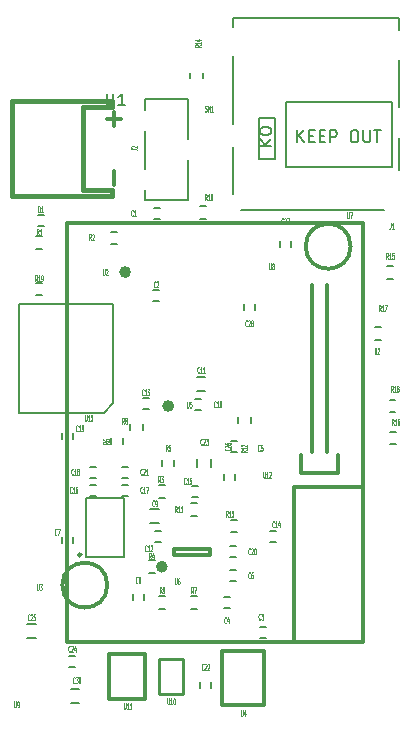
<source format=gbr>
G04 #@! TF.FileFunction,Legend,Top*
%FSLAX46Y46*%
G04 Gerber Fmt 4.6, Leading zero omitted, Abs format (unit mm)*
G04 Created by KiCad (PCBNEW 0.201601221447+6507~42~ubuntu15.10.1-product) date Fri 22 Jan 2016 05:48:07 PM EST*
%MOMM*%
G01*
G04 APERTURE LIST*
%ADD10C,0.100000*%
%ADD11C,0.254000*%
%ADD12C,0.150000*%
%ADD13C,0.300000*%
%ADD14C,0.307000*%
%ADD15C,0.500000*%
%ADD16C,0.127000*%
%ADD17C,0.381000*%
%ADD18C,0.250000*%
%ADD19C,0.025400*%
%ADD20C,0.304800*%
G04 APERTURE END LIST*
D10*
D11*
X131064000Y-134366000D02*
G75*
G03X131064000Y-134366000I-127000J0D01*
G01*
D12*
X141220000Y-121191000D02*
X140720000Y-121191000D01*
X140720000Y-122141000D02*
X141220000Y-122141000D01*
D13*
X151851800Y-125693000D02*
X151851800Y-111543000D01*
D14*
X149701000Y-127443000D02*
X152781000Y-127443000D01*
X152781000Y-127443000D02*
X152781000Y-125943000D01*
X149701000Y-125943000D02*
X149701000Y-127443000D01*
X149126000Y-128663000D02*
X149126000Y-141773000D01*
X149126000Y-128663000D02*
X154906000Y-128663000D01*
X133281000Y-136943000D02*
G75*
G03X133281000Y-136943000I-1905000J0D01*
G01*
X129906000Y-106273000D02*
X129906000Y-141773000D01*
X129906000Y-106273000D02*
X154906000Y-106273000D01*
X154906000Y-141773000D02*
X154906000Y-106273000D01*
X129906000Y-141773000D02*
X154906000Y-141773000D01*
X153881000Y-108253000D02*
G75*
G03X153881000Y-108253000I-1905000J0D01*
G01*
D13*
X150630200Y-125693000D02*
X150630200Y-111543000D01*
D12*
X144141000Y-135669000D02*
X143641000Y-135669000D01*
X143641000Y-136619000D02*
X144141000Y-136619000D01*
X146181000Y-141445000D02*
X146681000Y-141445000D01*
X146681000Y-140495000D02*
X146181000Y-140495000D01*
X137274400Y-105986600D02*
X137774400Y-105986600D01*
X137774400Y-105036600D02*
X137274400Y-105036600D01*
X137164000Y-112870000D02*
X137664000Y-112870000D01*
X137664000Y-111920000D02*
X137164000Y-111920000D01*
X143633000Y-137955000D02*
X143133000Y-137955000D01*
X143133000Y-138905000D02*
X143633000Y-138905000D01*
X143768000Y-125697000D02*
X144268000Y-125697000D01*
X144268000Y-124747000D02*
X143768000Y-124747000D01*
X130396000Y-133346000D02*
X130396000Y-132846000D01*
X129446000Y-132846000D02*
X129446000Y-133346000D01*
X136365000Y-138172000D02*
X136365000Y-137672000D01*
X135415000Y-137672000D02*
X135415000Y-138172000D01*
X137637000Y-131664000D02*
X136937000Y-131664000D01*
X136937000Y-130464000D02*
X137637000Y-130464000D01*
X140862000Y-119288000D02*
X141562000Y-119288000D01*
X141562000Y-120488000D02*
X140862000Y-120488000D01*
X137291000Y-133317000D02*
X137791000Y-133317000D01*
X137791000Y-132367000D02*
X137291000Y-132367000D01*
X147570000Y-132367000D02*
X147070000Y-132367000D01*
X147070000Y-133317000D02*
X147570000Y-133317000D01*
X140466000Y-129507000D02*
X140966000Y-129507000D01*
X140966000Y-128557000D02*
X140466000Y-128557000D01*
X131830000Y-129380000D02*
X132330000Y-129380000D01*
X132330000Y-128430000D02*
X131830000Y-128430000D01*
X134997000Y-128430000D02*
X134497000Y-128430000D01*
X134497000Y-129380000D02*
X134997000Y-129380000D01*
X131830000Y-127856000D02*
X132330000Y-127856000D01*
X132330000Y-126906000D02*
X131830000Y-126906000D01*
X144141000Y-133637000D02*
X143641000Y-133637000D01*
X143641000Y-134587000D02*
X144141000Y-134587000D01*
X134997000Y-126906000D02*
X134497000Y-126906000D01*
X134497000Y-127856000D02*
X134997000Y-127856000D01*
X142080000Y-145665000D02*
X142080000Y-145165000D01*
X141130000Y-145165000D02*
X141130000Y-145665000D01*
X140878000Y-126969000D02*
X140878000Y-126269000D01*
X142078000Y-126269000D02*
X142078000Y-126969000D01*
X130052000Y-143858000D02*
X130552000Y-143858000D01*
X130552000Y-142908000D02*
X130052000Y-142908000D01*
X127223000Y-141443000D02*
X126523000Y-141443000D01*
X126523000Y-140243000D02*
X127223000Y-140243000D01*
X143162000Y-127512000D02*
X143162000Y-128012000D01*
X144112000Y-128012000D02*
X144112000Y-127512000D01*
X130206000Y-145704000D02*
X130906000Y-145704000D01*
X130906000Y-146904000D02*
X130206000Y-146904000D01*
X127885000Y-105570000D02*
X127385000Y-105570000D01*
X127385000Y-106520000D02*
X127885000Y-106520000D01*
X127258000Y-108475000D02*
X127758000Y-108475000D01*
X127758000Y-107425000D02*
X127258000Y-107425000D01*
X133608000Y-108094000D02*
X134108000Y-108094000D01*
X134108000Y-107044000D02*
X133608000Y-107044000D01*
X137672000Y-129557000D02*
X138172000Y-129557000D01*
X138172000Y-128507000D02*
X137672000Y-128507000D01*
X137283000Y-134857000D02*
X136783000Y-134857000D01*
X136783000Y-135907000D02*
X137283000Y-135907000D01*
X137905000Y-126369000D02*
X137905000Y-126869000D01*
X138955000Y-126869000D02*
X138955000Y-126369000D01*
X134637000Y-124964000D02*
X134637000Y-124464000D01*
X133587000Y-124464000D02*
X133587000Y-124964000D01*
X140339000Y-138955000D02*
X140839000Y-138955000D01*
X140839000Y-137905000D02*
X140339000Y-137905000D01*
X135238000Y-123321000D02*
X135238000Y-123821000D01*
X136288000Y-123821000D02*
X136288000Y-123321000D01*
X137672000Y-138955000D02*
X138172000Y-138955000D01*
X138172000Y-137905000D02*
X137672000Y-137905000D01*
X140839000Y-130031000D02*
X140339000Y-130031000D01*
X140339000Y-131081000D02*
X140839000Y-131081000D01*
X144268000Y-131428000D02*
X143768000Y-131428000D01*
X143768000Y-132478000D02*
X144268000Y-132478000D01*
D15*
X135037600Y-110439200D02*
G75*
G03X135037600Y-110439200I-250000J0D01*
G01*
X138685000Y-121778000D02*
G75*
G03X138685000Y-121778000I-250000J0D01*
G01*
D14*
X138908000Y-134366000D02*
X138908000Y-133858000D01*
X141956000Y-134366000D02*
X138908000Y-134366000D01*
X141956000Y-133858000D02*
X141956000Y-134366000D01*
X138908000Y-133858000D02*
X141956000Y-133858000D01*
D15*
X138142000Y-135382000D02*
G75*
G03X138142000Y-135382000I-250000J0D01*
G01*
D12*
X131461000Y-129555000D02*
X131461000Y-134605000D01*
X131461000Y-134605000D02*
X134731000Y-134605000D01*
X134731000Y-134605000D02*
X134731000Y-129555000D01*
X134731000Y-129555000D02*
X131461000Y-129555000D01*
X145432000Y-123211400D02*
X145432000Y-122711400D01*
X144382000Y-122711400D02*
X144382000Y-123211400D01*
D16*
X136503000Y-96676000D02*
X136503000Y-95776000D01*
X136503000Y-101676000D02*
X136503000Y-98476000D01*
X140103000Y-95776000D02*
X136503000Y-95776000D01*
X140103000Y-99176000D02*
X140103000Y-95776000D01*
X140103000Y-104376000D02*
X140103000Y-100976000D01*
X136503000Y-104376000D02*
X140103000Y-104376000D01*
X136503000Y-104376000D02*
X136503000Y-103476000D01*
D17*
X125211840Y-95966280D02*
X125211840Y-103967280D01*
X125211840Y-103967280D02*
X133710680Y-103967280D01*
X133710680Y-103967280D02*
X133710680Y-103466900D01*
X133710680Y-103466900D02*
X131211320Y-103466900D01*
X131211320Y-103466900D02*
X131211320Y-96466660D01*
X131211320Y-96466660D02*
X133710680Y-96466660D01*
X133710680Y-96466660D02*
X133710680Y-95966280D01*
X133710680Y-95966280D02*
X125211840Y-95966280D01*
D16*
X147513000Y-97368000D02*
X146113000Y-97368000D01*
X146113000Y-97368000D02*
X146113000Y-100868000D01*
X147513000Y-97368000D02*
X147513000Y-100868000D01*
X157373000Y-101538000D02*
X157373000Y-96008000D01*
X157373000Y-101538000D02*
X148373000Y-101538000D01*
X148373000Y-96008000D02*
X148373000Y-101538000D01*
X157373000Y-96008000D02*
X148373000Y-96008000D01*
X156723000Y-105168000D02*
X144623000Y-105168000D01*
X143963000Y-103818000D02*
X143963000Y-99818000D01*
X143963000Y-97918000D02*
X143963000Y-92118000D01*
X143963000Y-89718000D02*
X143963000Y-88968000D01*
X157998000Y-88968000D02*
X143963000Y-88968000D01*
X157998000Y-89918000D02*
X157998000Y-88968000D01*
X157998000Y-101818000D02*
X157998000Y-99118000D01*
X157998000Y-96458000D02*
X157998000Y-92468000D01*
X147513000Y-100868000D02*
X146113000Y-100868000D01*
D12*
X141601000Y-104885000D02*
X141101000Y-104885000D01*
X141101000Y-105935000D02*
X141601000Y-105935000D01*
X140318000Y-93545000D02*
X140318000Y-94045000D01*
X141368000Y-94045000D02*
X141368000Y-93545000D01*
X157476000Y-109965000D02*
X156976000Y-109965000D01*
X156976000Y-111015000D02*
X157476000Y-111015000D01*
X157204600Y-125035800D02*
X157704600Y-125035800D01*
X157704600Y-123985800D02*
X157204600Y-123985800D01*
X155960000Y-116171200D02*
X156460000Y-116171200D01*
X156460000Y-115121200D02*
X155960000Y-115121200D01*
X157179200Y-122292600D02*
X157679200Y-122292600D01*
X157679200Y-121242600D02*
X157179200Y-121242600D01*
D14*
X146530000Y-142494000D02*
X143030000Y-142494000D01*
X146530000Y-147066000D02*
X146530000Y-142494000D01*
X146530000Y-147066000D02*
X143030000Y-147066000D01*
X143030000Y-142494000D02*
X143030000Y-147066000D01*
D18*
X139684000Y-143168000D02*
X139684000Y-146163000D01*
X137684000Y-146163000D02*
X139684000Y-146163000D01*
X137684000Y-143168000D02*
X137684000Y-146163000D01*
X139684000Y-143168000D02*
X137684000Y-143168000D01*
D14*
X136500000Y-146584000D02*
X136500000Y-142784000D01*
X133452000Y-146584000D02*
X136500000Y-146584000D01*
X133452000Y-142784000D02*
X133452000Y-146584000D01*
X136500000Y-142744000D02*
X133452000Y-142744000D01*
D12*
X136775000Y-121064000D02*
X136275000Y-121064000D01*
X136275000Y-122014000D02*
X136775000Y-122014000D01*
X130396000Y-124583000D02*
X130396000Y-124083000D01*
X129446000Y-124083000D02*
X129446000Y-124583000D01*
X133769000Y-121539000D02*
X132969000Y-122339000D01*
X132969000Y-122339000D02*
X125819000Y-122339000D01*
X125819000Y-122339000D02*
X125819000Y-113119000D01*
X125819000Y-113119000D02*
X133769000Y-113119000D01*
X133769000Y-113119000D02*
X133769000Y-121539000D01*
X127258000Y-112412000D02*
X127758000Y-112412000D01*
X127758000Y-111362000D02*
X127258000Y-111362000D01*
X147861000Y-107827000D02*
X147861000Y-108327000D01*
X148811000Y-108327000D02*
X148811000Y-107827000D01*
X145763000Y-113661000D02*
X145763000Y-113161000D01*
X144813000Y-113161000D02*
X144813000Y-113661000D01*
D19*
X142457714Y-121847429D02*
X142445619Y-121871619D01*
X142409333Y-121895810D01*
X142385143Y-121895810D01*
X142348857Y-121871619D01*
X142324666Y-121823238D01*
X142312571Y-121774857D01*
X142300476Y-121678095D01*
X142300476Y-121605524D01*
X142312571Y-121508762D01*
X142324666Y-121460381D01*
X142348857Y-121412000D01*
X142385143Y-121387810D01*
X142409333Y-121387810D01*
X142445619Y-121412000D01*
X142457714Y-121436190D01*
X142699619Y-121895810D02*
X142554476Y-121895810D01*
X142627047Y-121895810D02*
X142627047Y-121387810D01*
X142602857Y-121460381D01*
X142578666Y-121508762D01*
X142554476Y-121532952D01*
X142856857Y-121387810D02*
X142881048Y-121387810D01*
X142905238Y-121412000D01*
X142917333Y-121436190D01*
X142929429Y-121484571D01*
X142941524Y-121581333D01*
X142941524Y-121702286D01*
X142929429Y-121799048D01*
X142917333Y-121847429D01*
X142905238Y-121871619D01*
X142881048Y-121895810D01*
X142856857Y-121895810D01*
X142832667Y-121871619D01*
X142820571Y-121847429D01*
X142808476Y-121799048D01*
X142796381Y-121702286D01*
X142796381Y-121581333D01*
X142808476Y-121484571D01*
X142820571Y-121436190D01*
X142832667Y-121412000D01*
X142856857Y-121387810D01*
X127314476Y-136881810D02*
X127314476Y-137293048D01*
X127326571Y-137341429D01*
X127338667Y-137365619D01*
X127362857Y-137389810D01*
X127411238Y-137389810D01*
X127435429Y-137365619D01*
X127447524Y-137341429D01*
X127459619Y-137293048D01*
X127459619Y-136881810D01*
X127556381Y-136881810D02*
X127713619Y-136881810D01*
X127628952Y-137075333D01*
X127665238Y-137075333D01*
X127689428Y-137099524D01*
X127701524Y-137123714D01*
X127713619Y-137172095D01*
X127713619Y-137293048D01*
X127701524Y-137341429D01*
X127689428Y-137365619D01*
X127665238Y-137389810D01*
X127592666Y-137389810D01*
X127568476Y-137365619D01*
X127556381Y-137341429D01*
X145372667Y-136325429D02*
X145360572Y-136349619D01*
X145324286Y-136373810D01*
X145300096Y-136373810D01*
X145263810Y-136349619D01*
X145239619Y-136301238D01*
X145227524Y-136252857D01*
X145215429Y-136156095D01*
X145215429Y-136083524D01*
X145227524Y-135986762D01*
X145239619Y-135938381D01*
X145263810Y-135890000D01*
X145300096Y-135865810D01*
X145324286Y-135865810D01*
X145360572Y-135890000D01*
X145372667Y-135914190D01*
X145590381Y-135865810D02*
X145542000Y-135865810D01*
X145517810Y-135890000D01*
X145505715Y-135914190D01*
X145481524Y-135986762D01*
X145469429Y-136083524D01*
X145469429Y-136277048D01*
X145481524Y-136325429D01*
X145493619Y-136349619D01*
X145517810Y-136373810D01*
X145566191Y-136373810D01*
X145590381Y-136349619D01*
X145602477Y-136325429D01*
X145614572Y-136277048D01*
X145614572Y-136156095D01*
X145602477Y-136107714D01*
X145590381Y-136083524D01*
X145566191Y-136059333D01*
X145517810Y-136059333D01*
X145493619Y-136083524D01*
X145481524Y-136107714D01*
X145469429Y-136156095D01*
X146236267Y-139830629D02*
X146224172Y-139854819D01*
X146187886Y-139879010D01*
X146163696Y-139879010D01*
X146127410Y-139854819D01*
X146103219Y-139806438D01*
X146091124Y-139758057D01*
X146079029Y-139661295D01*
X146079029Y-139588724D01*
X146091124Y-139491962D01*
X146103219Y-139443581D01*
X146127410Y-139395200D01*
X146163696Y-139371010D01*
X146187886Y-139371010D01*
X146224172Y-139395200D01*
X146236267Y-139419390D01*
X146320934Y-139371010D02*
X146478172Y-139371010D01*
X146393505Y-139564533D01*
X146429791Y-139564533D01*
X146453981Y-139588724D01*
X146466077Y-139612914D01*
X146478172Y-139661295D01*
X146478172Y-139782248D01*
X146466077Y-139830629D01*
X146453981Y-139854819D01*
X146429791Y-139879010D01*
X146357219Y-139879010D01*
X146333029Y-139854819D01*
X146320934Y-139830629D01*
X135441267Y-105642229D02*
X135429172Y-105666419D01*
X135392886Y-105690610D01*
X135368696Y-105690610D01*
X135332410Y-105666419D01*
X135308219Y-105618038D01*
X135296124Y-105569657D01*
X135284029Y-105472895D01*
X135284029Y-105400324D01*
X135296124Y-105303562D01*
X135308219Y-105255181D01*
X135332410Y-105206800D01*
X135368696Y-105182610D01*
X135392886Y-105182610D01*
X135429172Y-105206800D01*
X135441267Y-105230990D01*
X135683172Y-105690610D02*
X135538029Y-105690610D01*
X135610600Y-105690610D02*
X135610600Y-105182610D01*
X135586410Y-105255181D01*
X135562219Y-105303562D01*
X135538029Y-105327752D01*
X137371667Y-111687429D02*
X137359572Y-111711619D01*
X137323286Y-111735810D01*
X137299096Y-111735810D01*
X137262810Y-111711619D01*
X137238619Y-111663238D01*
X137226524Y-111614857D01*
X137214429Y-111518095D01*
X137214429Y-111445524D01*
X137226524Y-111348762D01*
X137238619Y-111300381D01*
X137262810Y-111252000D01*
X137299096Y-111227810D01*
X137323286Y-111227810D01*
X137359572Y-111252000D01*
X137371667Y-111276190D01*
X137468429Y-111276190D02*
X137480524Y-111252000D01*
X137504715Y-111227810D01*
X137565191Y-111227810D01*
X137589381Y-111252000D01*
X137601477Y-111276190D01*
X137613572Y-111324571D01*
X137613572Y-111372952D01*
X137601477Y-111445524D01*
X137456334Y-111735810D01*
X137613572Y-111735810D01*
X143340667Y-140135429D02*
X143328572Y-140159619D01*
X143292286Y-140183810D01*
X143268096Y-140183810D01*
X143231810Y-140159619D01*
X143207619Y-140111238D01*
X143195524Y-140062857D01*
X143183429Y-139966095D01*
X143183429Y-139893524D01*
X143195524Y-139796762D01*
X143207619Y-139748381D01*
X143231810Y-139700000D01*
X143268096Y-139675810D01*
X143292286Y-139675810D01*
X143328572Y-139700000D01*
X143340667Y-139724190D01*
X143558381Y-139845143D02*
X143558381Y-140183810D01*
X143497905Y-139651619D02*
X143437429Y-140014476D01*
X143594667Y-140014476D01*
X146185467Y-125530429D02*
X146173372Y-125554619D01*
X146137086Y-125578810D01*
X146112896Y-125578810D01*
X146076610Y-125554619D01*
X146052419Y-125506238D01*
X146040324Y-125457857D01*
X146028229Y-125361095D01*
X146028229Y-125288524D01*
X146040324Y-125191762D01*
X146052419Y-125143381D01*
X146076610Y-125095000D01*
X146112896Y-125070810D01*
X146137086Y-125070810D01*
X146173372Y-125095000D01*
X146185467Y-125119190D01*
X146415277Y-125070810D02*
X146294324Y-125070810D01*
X146282229Y-125312714D01*
X146294324Y-125288524D01*
X146318515Y-125264333D01*
X146378991Y-125264333D01*
X146403181Y-125288524D01*
X146415277Y-125312714D01*
X146427372Y-125361095D01*
X146427372Y-125482048D01*
X146415277Y-125530429D01*
X146403181Y-125554619D01*
X146378991Y-125578810D01*
X146318515Y-125578810D01*
X146294324Y-125554619D01*
X146282229Y-125530429D01*
X128989667Y-132642429D02*
X128977572Y-132666619D01*
X128941286Y-132690810D01*
X128917096Y-132690810D01*
X128880810Y-132666619D01*
X128856619Y-132618238D01*
X128844524Y-132569857D01*
X128832429Y-132473095D01*
X128832429Y-132400524D01*
X128844524Y-132303762D01*
X128856619Y-132255381D01*
X128880810Y-132207000D01*
X128917096Y-132182810D01*
X128941286Y-132182810D01*
X128977572Y-132207000D01*
X128989667Y-132231190D01*
X129074334Y-132182810D02*
X129243667Y-132182810D01*
X129134810Y-132690810D01*
X135847667Y-136706429D02*
X135835572Y-136730619D01*
X135799286Y-136754810D01*
X135775096Y-136754810D01*
X135738810Y-136730619D01*
X135714619Y-136682238D01*
X135702524Y-136633857D01*
X135690429Y-136537095D01*
X135690429Y-136464524D01*
X135702524Y-136367762D01*
X135714619Y-136319381D01*
X135738810Y-136271000D01*
X135775096Y-136246810D01*
X135799286Y-136246810D01*
X135835572Y-136271000D01*
X135847667Y-136295190D01*
X135992810Y-136464524D02*
X135968619Y-136440333D01*
X135956524Y-136416143D01*
X135944429Y-136367762D01*
X135944429Y-136343571D01*
X135956524Y-136295190D01*
X135968619Y-136271000D01*
X135992810Y-136246810D01*
X136041191Y-136246810D01*
X136065381Y-136271000D01*
X136077477Y-136295190D01*
X136089572Y-136343571D01*
X136089572Y-136367762D01*
X136077477Y-136416143D01*
X136065381Y-136440333D01*
X136041191Y-136464524D01*
X135992810Y-136464524D01*
X135968619Y-136488714D01*
X135956524Y-136512905D01*
X135944429Y-136561286D01*
X135944429Y-136658048D01*
X135956524Y-136706429D01*
X135968619Y-136730619D01*
X135992810Y-136754810D01*
X136041191Y-136754810D01*
X136065381Y-136730619D01*
X136077477Y-136706429D01*
X136089572Y-136658048D01*
X136089572Y-136561286D01*
X136077477Y-136512905D01*
X136065381Y-136488714D01*
X136041191Y-136464524D01*
X137244667Y-130229429D02*
X137232572Y-130253619D01*
X137196286Y-130277810D01*
X137172096Y-130277810D01*
X137135810Y-130253619D01*
X137111619Y-130205238D01*
X137099524Y-130156857D01*
X137087429Y-130060095D01*
X137087429Y-129987524D01*
X137099524Y-129890762D01*
X137111619Y-129842381D01*
X137135810Y-129794000D01*
X137172096Y-129769810D01*
X137196286Y-129769810D01*
X137232572Y-129794000D01*
X137244667Y-129818190D01*
X137365619Y-130277810D02*
X137414000Y-130277810D01*
X137438191Y-130253619D01*
X137450286Y-130229429D01*
X137474477Y-130156857D01*
X137486572Y-130060095D01*
X137486572Y-129866571D01*
X137474477Y-129818190D01*
X137462381Y-129794000D01*
X137438191Y-129769810D01*
X137389810Y-129769810D01*
X137365619Y-129794000D01*
X137353524Y-129818190D01*
X137341429Y-129866571D01*
X137341429Y-129987524D01*
X137353524Y-130035905D01*
X137365619Y-130060095D01*
X137389810Y-130084286D01*
X137438191Y-130084286D01*
X137462381Y-130060095D01*
X137474477Y-130035905D01*
X137486572Y-129987524D01*
X141060714Y-118926429D02*
X141048619Y-118950619D01*
X141012333Y-118974810D01*
X140988143Y-118974810D01*
X140951857Y-118950619D01*
X140927666Y-118902238D01*
X140915571Y-118853857D01*
X140903476Y-118757095D01*
X140903476Y-118684524D01*
X140915571Y-118587762D01*
X140927666Y-118539381D01*
X140951857Y-118491000D01*
X140988143Y-118466810D01*
X141012333Y-118466810D01*
X141048619Y-118491000D01*
X141060714Y-118515190D01*
X141302619Y-118974810D02*
X141157476Y-118974810D01*
X141230047Y-118974810D02*
X141230047Y-118466810D01*
X141205857Y-118539381D01*
X141181666Y-118587762D01*
X141157476Y-118611952D01*
X141544524Y-118974810D02*
X141399381Y-118974810D01*
X141471952Y-118974810D02*
X141471952Y-118466810D01*
X141447762Y-118539381D01*
X141423571Y-118587762D01*
X141399381Y-118611952D01*
X136615714Y-134039429D02*
X136603619Y-134063619D01*
X136567333Y-134087810D01*
X136543143Y-134087810D01*
X136506857Y-134063619D01*
X136482666Y-134015238D01*
X136470571Y-133966857D01*
X136458476Y-133870095D01*
X136458476Y-133797524D01*
X136470571Y-133700762D01*
X136482666Y-133652381D01*
X136506857Y-133604000D01*
X136543143Y-133579810D01*
X136567333Y-133579810D01*
X136603619Y-133604000D01*
X136615714Y-133628190D01*
X136857619Y-134087810D02*
X136712476Y-134087810D01*
X136785047Y-134087810D02*
X136785047Y-133579810D01*
X136760857Y-133652381D01*
X136736666Y-133700762D01*
X136712476Y-133724952D01*
X136954381Y-133628190D02*
X136966476Y-133604000D01*
X136990667Y-133579810D01*
X137051143Y-133579810D01*
X137075333Y-133604000D01*
X137087429Y-133628190D01*
X137099524Y-133676571D01*
X137099524Y-133724952D01*
X137087429Y-133797524D01*
X136942286Y-134087810D01*
X137099524Y-134087810D01*
X147410714Y-132007429D02*
X147398619Y-132031619D01*
X147362333Y-132055810D01*
X147338143Y-132055810D01*
X147301857Y-132031619D01*
X147277666Y-131983238D01*
X147265571Y-131934857D01*
X147253476Y-131838095D01*
X147253476Y-131765524D01*
X147265571Y-131668762D01*
X147277666Y-131620381D01*
X147301857Y-131572000D01*
X147338143Y-131547810D01*
X147362333Y-131547810D01*
X147398619Y-131572000D01*
X147410714Y-131596190D01*
X147652619Y-132055810D02*
X147507476Y-132055810D01*
X147580047Y-132055810D02*
X147580047Y-131547810D01*
X147555857Y-131620381D01*
X147531666Y-131668762D01*
X147507476Y-131692952D01*
X147870333Y-131717143D02*
X147870333Y-132055810D01*
X147809857Y-131523619D02*
X147749381Y-131886476D01*
X147906619Y-131886476D01*
X139917714Y-128324429D02*
X139905619Y-128348619D01*
X139869333Y-128372810D01*
X139845143Y-128372810D01*
X139808857Y-128348619D01*
X139784666Y-128300238D01*
X139772571Y-128251857D01*
X139760476Y-128155095D01*
X139760476Y-128082524D01*
X139772571Y-127985762D01*
X139784666Y-127937381D01*
X139808857Y-127889000D01*
X139845143Y-127864810D01*
X139869333Y-127864810D01*
X139905619Y-127889000D01*
X139917714Y-127913190D01*
X140159619Y-128372810D02*
X140014476Y-128372810D01*
X140087047Y-128372810D02*
X140087047Y-127864810D01*
X140062857Y-127937381D01*
X140038666Y-127985762D01*
X140014476Y-128009952D01*
X140389429Y-127864810D02*
X140268476Y-127864810D01*
X140256381Y-128106714D01*
X140268476Y-128082524D01*
X140292667Y-128058333D01*
X140353143Y-128058333D01*
X140377333Y-128082524D01*
X140389429Y-128106714D01*
X140401524Y-128155095D01*
X140401524Y-128276048D01*
X140389429Y-128324429D01*
X140377333Y-128348619D01*
X140353143Y-128372810D01*
X140292667Y-128372810D01*
X140268476Y-128348619D01*
X140256381Y-128324429D01*
X130265714Y-129086429D02*
X130253619Y-129110619D01*
X130217333Y-129134810D01*
X130193143Y-129134810D01*
X130156857Y-129110619D01*
X130132666Y-129062238D01*
X130120571Y-129013857D01*
X130108476Y-128917095D01*
X130108476Y-128844524D01*
X130120571Y-128747762D01*
X130132666Y-128699381D01*
X130156857Y-128651000D01*
X130193143Y-128626810D01*
X130217333Y-128626810D01*
X130253619Y-128651000D01*
X130265714Y-128675190D01*
X130507619Y-129134810D02*
X130362476Y-129134810D01*
X130435047Y-129134810D02*
X130435047Y-128626810D01*
X130410857Y-128699381D01*
X130386666Y-128747762D01*
X130362476Y-128771952D01*
X130725333Y-128626810D02*
X130676952Y-128626810D01*
X130652762Y-128651000D01*
X130640667Y-128675190D01*
X130616476Y-128747762D01*
X130604381Y-128844524D01*
X130604381Y-129038048D01*
X130616476Y-129086429D01*
X130628571Y-129110619D01*
X130652762Y-129134810D01*
X130701143Y-129134810D01*
X130725333Y-129110619D01*
X130737429Y-129086429D01*
X130749524Y-129038048D01*
X130749524Y-128917095D01*
X130737429Y-128868714D01*
X130725333Y-128844524D01*
X130701143Y-128820333D01*
X130652762Y-128820333D01*
X130628571Y-128844524D01*
X130616476Y-128868714D01*
X130604381Y-128917095D01*
X136234714Y-129086429D02*
X136222619Y-129110619D01*
X136186333Y-129134810D01*
X136162143Y-129134810D01*
X136125857Y-129110619D01*
X136101666Y-129062238D01*
X136089571Y-129013857D01*
X136077476Y-128917095D01*
X136077476Y-128844524D01*
X136089571Y-128747762D01*
X136101666Y-128699381D01*
X136125857Y-128651000D01*
X136162143Y-128626810D01*
X136186333Y-128626810D01*
X136222619Y-128651000D01*
X136234714Y-128675190D01*
X136476619Y-129134810D02*
X136331476Y-129134810D01*
X136404047Y-129134810D02*
X136404047Y-128626810D01*
X136379857Y-128699381D01*
X136355666Y-128747762D01*
X136331476Y-128771952D01*
X136561286Y-128626810D02*
X136730619Y-128626810D01*
X136621762Y-129134810D01*
X130392714Y-127562429D02*
X130380619Y-127586619D01*
X130344333Y-127610810D01*
X130320143Y-127610810D01*
X130283857Y-127586619D01*
X130259666Y-127538238D01*
X130247571Y-127489857D01*
X130235476Y-127393095D01*
X130235476Y-127320524D01*
X130247571Y-127223762D01*
X130259666Y-127175381D01*
X130283857Y-127127000D01*
X130320143Y-127102810D01*
X130344333Y-127102810D01*
X130380619Y-127127000D01*
X130392714Y-127151190D01*
X130634619Y-127610810D02*
X130489476Y-127610810D01*
X130562047Y-127610810D02*
X130562047Y-127102810D01*
X130537857Y-127175381D01*
X130513666Y-127223762D01*
X130489476Y-127247952D01*
X130779762Y-127320524D02*
X130755571Y-127296333D01*
X130743476Y-127272143D01*
X130731381Y-127223762D01*
X130731381Y-127199571D01*
X130743476Y-127151190D01*
X130755571Y-127127000D01*
X130779762Y-127102810D01*
X130828143Y-127102810D01*
X130852333Y-127127000D01*
X130864429Y-127151190D01*
X130876524Y-127199571D01*
X130876524Y-127223762D01*
X130864429Y-127272143D01*
X130852333Y-127296333D01*
X130828143Y-127320524D01*
X130779762Y-127320524D01*
X130755571Y-127344714D01*
X130743476Y-127368905D01*
X130731381Y-127417286D01*
X130731381Y-127514048D01*
X130743476Y-127562429D01*
X130755571Y-127586619D01*
X130779762Y-127610810D01*
X130828143Y-127610810D01*
X130852333Y-127586619D01*
X130864429Y-127562429D01*
X130876524Y-127514048D01*
X130876524Y-127417286D01*
X130864429Y-127368905D01*
X130852333Y-127344714D01*
X130828143Y-127320524D01*
X145378714Y-134293429D02*
X145366619Y-134317619D01*
X145330333Y-134341810D01*
X145306143Y-134341810D01*
X145269857Y-134317619D01*
X145245666Y-134269238D01*
X145233571Y-134220857D01*
X145221476Y-134124095D01*
X145221476Y-134051524D01*
X145233571Y-133954762D01*
X145245666Y-133906381D01*
X145269857Y-133858000D01*
X145306143Y-133833810D01*
X145330333Y-133833810D01*
X145366619Y-133858000D01*
X145378714Y-133882190D01*
X145475476Y-133882190D02*
X145487571Y-133858000D01*
X145511762Y-133833810D01*
X145572238Y-133833810D01*
X145596428Y-133858000D01*
X145608524Y-133882190D01*
X145620619Y-133930571D01*
X145620619Y-133978952D01*
X145608524Y-134051524D01*
X145463381Y-134341810D01*
X145620619Y-134341810D01*
X145777857Y-133833810D02*
X145802048Y-133833810D01*
X145826238Y-133858000D01*
X145838333Y-133882190D01*
X145850429Y-133930571D01*
X145862524Y-134027333D01*
X145862524Y-134148286D01*
X145850429Y-134245048D01*
X145838333Y-134293429D01*
X145826238Y-134317619D01*
X145802048Y-134341810D01*
X145777857Y-134341810D01*
X145753667Y-134317619D01*
X145741571Y-134293429D01*
X145729476Y-134245048D01*
X145717381Y-134148286D01*
X145717381Y-134027333D01*
X145729476Y-133930571D01*
X145741571Y-133882190D01*
X145753667Y-133858000D01*
X145777857Y-133833810D01*
X136234714Y-127562429D02*
X136222619Y-127586619D01*
X136186333Y-127610810D01*
X136162143Y-127610810D01*
X136125857Y-127586619D01*
X136101666Y-127538238D01*
X136089571Y-127489857D01*
X136077476Y-127393095D01*
X136077476Y-127320524D01*
X136089571Y-127223762D01*
X136101666Y-127175381D01*
X136125857Y-127127000D01*
X136162143Y-127102810D01*
X136186333Y-127102810D01*
X136222619Y-127127000D01*
X136234714Y-127151190D01*
X136331476Y-127151190D02*
X136343571Y-127127000D01*
X136367762Y-127102810D01*
X136428238Y-127102810D01*
X136452428Y-127127000D01*
X136464524Y-127151190D01*
X136476619Y-127199571D01*
X136476619Y-127247952D01*
X136464524Y-127320524D01*
X136319381Y-127610810D01*
X136476619Y-127610810D01*
X136718524Y-127610810D02*
X136573381Y-127610810D01*
X136645952Y-127610810D02*
X136645952Y-127102810D01*
X136621762Y-127175381D01*
X136597571Y-127223762D01*
X136573381Y-127247952D01*
X141441714Y-144072429D02*
X141429619Y-144096619D01*
X141393333Y-144120810D01*
X141369143Y-144120810D01*
X141332857Y-144096619D01*
X141308666Y-144048238D01*
X141296571Y-143999857D01*
X141284476Y-143903095D01*
X141284476Y-143830524D01*
X141296571Y-143733762D01*
X141308666Y-143685381D01*
X141332857Y-143637000D01*
X141369143Y-143612810D01*
X141393333Y-143612810D01*
X141429619Y-143637000D01*
X141441714Y-143661190D01*
X141538476Y-143661190D02*
X141550571Y-143637000D01*
X141574762Y-143612810D01*
X141635238Y-143612810D01*
X141659428Y-143637000D01*
X141671524Y-143661190D01*
X141683619Y-143709571D01*
X141683619Y-143757952D01*
X141671524Y-143830524D01*
X141526381Y-144120810D01*
X141683619Y-144120810D01*
X141780381Y-143661190D02*
X141792476Y-143637000D01*
X141816667Y-143612810D01*
X141877143Y-143612810D01*
X141901333Y-143637000D01*
X141913429Y-143661190D01*
X141925524Y-143709571D01*
X141925524Y-143757952D01*
X141913429Y-143830524D01*
X141768286Y-144120810D01*
X141925524Y-144120810D01*
X141314714Y-125022429D02*
X141302619Y-125046619D01*
X141266333Y-125070810D01*
X141242143Y-125070810D01*
X141205857Y-125046619D01*
X141181666Y-124998238D01*
X141169571Y-124949857D01*
X141157476Y-124853095D01*
X141157476Y-124780524D01*
X141169571Y-124683762D01*
X141181666Y-124635381D01*
X141205857Y-124587000D01*
X141242143Y-124562810D01*
X141266333Y-124562810D01*
X141302619Y-124587000D01*
X141314714Y-124611190D01*
X141411476Y-124611190D02*
X141423571Y-124587000D01*
X141447762Y-124562810D01*
X141508238Y-124562810D01*
X141532428Y-124587000D01*
X141544524Y-124611190D01*
X141556619Y-124659571D01*
X141556619Y-124707952D01*
X141544524Y-124780524D01*
X141399381Y-125070810D01*
X141556619Y-125070810D01*
X141641286Y-124562810D02*
X141798524Y-124562810D01*
X141713857Y-124756333D01*
X141750143Y-124756333D01*
X141774333Y-124780524D01*
X141786429Y-124804714D01*
X141798524Y-124853095D01*
X141798524Y-124974048D01*
X141786429Y-125022429D01*
X141774333Y-125046619D01*
X141750143Y-125070810D01*
X141677571Y-125070810D01*
X141653381Y-125046619D01*
X141641286Y-125022429D01*
X130138714Y-142548429D02*
X130126619Y-142572619D01*
X130090333Y-142596810D01*
X130066143Y-142596810D01*
X130029857Y-142572619D01*
X130005666Y-142524238D01*
X129993571Y-142475857D01*
X129981476Y-142379095D01*
X129981476Y-142306524D01*
X129993571Y-142209762D01*
X130005666Y-142161381D01*
X130029857Y-142113000D01*
X130066143Y-142088810D01*
X130090333Y-142088810D01*
X130126619Y-142113000D01*
X130138714Y-142137190D01*
X130235476Y-142137190D02*
X130247571Y-142113000D01*
X130271762Y-142088810D01*
X130332238Y-142088810D01*
X130356428Y-142113000D01*
X130368524Y-142137190D01*
X130380619Y-142185571D01*
X130380619Y-142233952D01*
X130368524Y-142306524D01*
X130223381Y-142596810D01*
X130380619Y-142596810D01*
X130598333Y-142258143D02*
X130598333Y-142596810D01*
X130537857Y-142064619D02*
X130477381Y-142427476D01*
X130634619Y-142427476D01*
X126709714Y-139881429D02*
X126697619Y-139905619D01*
X126661333Y-139929810D01*
X126637143Y-139929810D01*
X126600857Y-139905619D01*
X126576666Y-139857238D01*
X126564571Y-139808857D01*
X126552476Y-139712095D01*
X126552476Y-139639524D01*
X126564571Y-139542762D01*
X126576666Y-139494381D01*
X126600857Y-139446000D01*
X126637143Y-139421810D01*
X126661333Y-139421810D01*
X126697619Y-139446000D01*
X126709714Y-139470190D01*
X126806476Y-139470190D02*
X126818571Y-139446000D01*
X126842762Y-139421810D01*
X126903238Y-139421810D01*
X126927428Y-139446000D01*
X126939524Y-139470190D01*
X126951619Y-139518571D01*
X126951619Y-139566952D01*
X126939524Y-139639524D01*
X126794381Y-139929810D01*
X126951619Y-139929810D01*
X127181429Y-139421810D02*
X127060476Y-139421810D01*
X127048381Y-139663714D01*
X127060476Y-139639524D01*
X127084667Y-139615333D01*
X127145143Y-139615333D01*
X127169333Y-139639524D01*
X127181429Y-139663714D01*
X127193524Y-139712095D01*
X127193524Y-139833048D01*
X127181429Y-139881429D01*
X127169333Y-139905619D01*
X127145143Y-139929810D01*
X127084667Y-139929810D01*
X127060476Y-139905619D01*
X127048381Y-139881429D01*
X143691429Y-125385286D02*
X143715619Y-125397381D01*
X143739810Y-125433667D01*
X143739810Y-125457857D01*
X143715619Y-125494143D01*
X143667238Y-125518334D01*
X143618857Y-125530429D01*
X143522095Y-125542524D01*
X143449524Y-125542524D01*
X143352762Y-125530429D01*
X143304381Y-125518334D01*
X143256000Y-125494143D01*
X143231810Y-125457857D01*
X143231810Y-125433667D01*
X143256000Y-125397381D01*
X143280190Y-125385286D01*
X143280190Y-125288524D02*
X143256000Y-125276429D01*
X143231810Y-125252238D01*
X143231810Y-125191762D01*
X143256000Y-125167572D01*
X143280190Y-125155476D01*
X143328571Y-125143381D01*
X143376952Y-125143381D01*
X143449524Y-125155476D01*
X143739810Y-125300619D01*
X143739810Y-125143381D01*
X143231810Y-124925667D02*
X143231810Y-124974048D01*
X143256000Y-124998238D01*
X143280190Y-125010333D01*
X143352762Y-125034524D01*
X143449524Y-125046619D01*
X143643048Y-125046619D01*
X143691429Y-125034524D01*
X143715619Y-125022429D01*
X143739810Y-124998238D01*
X143739810Y-124949857D01*
X143715619Y-124925667D01*
X143691429Y-124913571D01*
X143643048Y-124901476D01*
X143522095Y-124901476D01*
X143473714Y-124913571D01*
X143449524Y-124925667D01*
X143425333Y-124949857D01*
X143425333Y-124998238D01*
X143449524Y-125022429D01*
X143473714Y-125034524D01*
X143522095Y-125046619D01*
X130519714Y-145215429D02*
X130507619Y-145239619D01*
X130471333Y-145263810D01*
X130447143Y-145263810D01*
X130410857Y-145239619D01*
X130386666Y-145191238D01*
X130374571Y-145142857D01*
X130362476Y-145046095D01*
X130362476Y-144973524D01*
X130374571Y-144876762D01*
X130386666Y-144828381D01*
X130410857Y-144780000D01*
X130447143Y-144755810D01*
X130471333Y-144755810D01*
X130507619Y-144780000D01*
X130519714Y-144804190D01*
X130604381Y-144755810D02*
X130761619Y-144755810D01*
X130676952Y-144949333D01*
X130713238Y-144949333D01*
X130737428Y-144973524D01*
X130749524Y-144997714D01*
X130761619Y-145046095D01*
X130761619Y-145167048D01*
X130749524Y-145215429D01*
X130737428Y-145239619D01*
X130713238Y-145263810D01*
X130640666Y-145263810D01*
X130616476Y-145239619D01*
X130604381Y-145215429D01*
X130918857Y-144755810D02*
X130943048Y-144755810D01*
X130967238Y-144780000D01*
X130979333Y-144804190D01*
X130991429Y-144852571D01*
X131003524Y-144949333D01*
X131003524Y-145070286D01*
X130991429Y-145167048D01*
X130979333Y-145215429D01*
X130967238Y-145239619D01*
X130943048Y-145263810D01*
X130918857Y-145263810D01*
X130894667Y-145239619D01*
X130882571Y-145215429D01*
X130870476Y-145167048D01*
X130858381Y-145070286D01*
X130858381Y-144949333D01*
X130870476Y-144852571D01*
X130882571Y-144804190D01*
X130894667Y-144780000D01*
X130918857Y-144755810D01*
X127447524Y-105385810D02*
X127447524Y-104877810D01*
X127508000Y-104877810D01*
X127544286Y-104902000D01*
X127568477Y-104950381D01*
X127580572Y-104998762D01*
X127592667Y-105095524D01*
X127592667Y-105168095D01*
X127580572Y-105264857D01*
X127568477Y-105313238D01*
X127544286Y-105361619D01*
X127508000Y-105385810D01*
X127447524Y-105385810D01*
X127834572Y-105385810D02*
X127689429Y-105385810D01*
X127762000Y-105385810D02*
X127762000Y-104877810D01*
X127737810Y-104950381D01*
X127713619Y-104998762D01*
X127689429Y-105022952D01*
X127465667Y-107290810D02*
X127381000Y-107048905D01*
X127320524Y-107290810D02*
X127320524Y-106782810D01*
X127417286Y-106782810D01*
X127441477Y-106807000D01*
X127453572Y-106831190D01*
X127465667Y-106879571D01*
X127465667Y-106952143D01*
X127453572Y-107000524D01*
X127441477Y-107024714D01*
X127417286Y-107048905D01*
X127320524Y-107048905D01*
X127707572Y-107290810D02*
X127562429Y-107290810D01*
X127635000Y-107290810D02*
X127635000Y-106782810D01*
X127610810Y-106855381D01*
X127586619Y-106903762D01*
X127562429Y-106927952D01*
X131910667Y-107748010D02*
X131826000Y-107506105D01*
X131765524Y-107748010D02*
X131765524Y-107240010D01*
X131862286Y-107240010D01*
X131886477Y-107264200D01*
X131898572Y-107288390D01*
X131910667Y-107336771D01*
X131910667Y-107409343D01*
X131898572Y-107457724D01*
X131886477Y-107481914D01*
X131862286Y-107506105D01*
X131765524Y-107506105D01*
X132007429Y-107288390D02*
X132019524Y-107264200D01*
X132043715Y-107240010D01*
X132104191Y-107240010D01*
X132128381Y-107264200D01*
X132140477Y-107288390D01*
X132152572Y-107336771D01*
X132152572Y-107385152D01*
X132140477Y-107457724D01*
X131995334Y-107748010D01*
X132152572Y-107748010D01*
X137752667Y-128245810D02*
X137668000Y-128003905D01*
X137607524Y-128245810D02*
X137607524Y-127737810D01*
X137704286Y-127737810D01*
X137728477Y-127762000D01*
X137740572Y-127786190D01*
X137752667Y-127834571D01*
X137752667Y-127907143D01*
X137740572Y-127955524D01*
X137728477Y-127979714D01*
X137704286Y-128003905D01*
X137607524Y-128003905D01*
X137837334Y-127737810D02*
X137994572Y-127737810D01*
X137909905Y-127931333D01*
X137946191Y-127931333D01*
X137970381Y-127955524D01*
X137982477Y-127979714D01*
X137994572Y-128028095D01*
X137994572Y-128149048D01*
X137982477Y-128197429D01*
X137970381Y-128221619D01*
X137946191Y-128245810D01*
X137873619Y-128245810D01*
X137849429Y-128221619D01*
X137837334Y-128197429D01*
X136990667Y-134722810D02*
X136906000Y-134480905D01*
X136845524Y-134722810D02*
X136845524Y-134214810D01*
X136942286Y-134214810D01*
X136966477Y-134239000D01*
X136978572Y-134263190D01*
X136990667Y-134311571D01*
X136990667Y-134384143D01*
X136978572Y-134432524D01*
X136966477Y-134456714D01*
X136942286Y-134480905D01*
X136845524Y-134480905D01*
X137208381Y-134384143D02*
X137208381Y-134722810D01*
X137147905Y-134190619D02*
X137087429Y-134553476D01*
X137244667Y-134553476D01*
X138387667Y-125578810D02*
X138303000Y-125336905D01*
X138242524Y-125578810D02*
X138242524Y-125070810D01*
X138339286Y-125070810D01*
X138363477Y-125095000D01*
X138375572Y-125119190D01*
X138387667Y-125167571D01*
X138387667Y-125240143D01*
X138375572Y-125288524D01*
X138363477Y-125312714D01*
X138339286Y-125336905D01*
X138242524Y-125336905D01*
X138617477Y-125070810D02*
X138496524Y-125070810D01*
X138484429Y-125312714D01*
X138496524Y-125288524D01*
X138520715Y-125264333D01*
X138581191Y-125264333D01*
X138605381Y-125288524D01*
X138617477Y-125312714D01*
X138629572Y-125361095D01*
X138629572Y-125482048D01*
X138617477Y-125530429D01*
X138605381Y-125554619D01*
X138581191Y-125578810D01*
X138520715Y-125578810D01*
X138496524Y-125554619D01*
X138484429Y-125530429D01*
X133452810Y-124814333D02*
X133210905Y-124899000D01*
X133452810Y-124959476D02*
X132944810Y-124959476D01*
X132944810Y-124862714D01*
X132969000Y-124838523D01*
X132993190Y-124826428D01*
X133041571Y-124814333D01*
X133114143Y-124814333D01*
X133162524Y-124826428D01*
X133186714Y-124838523D01*
X133210905Y-124862714D01*
X133210905Y-124959476D01*
X132944810Y-124596619D02*
X132944810Y-124645000D01*
X132969000Y-124669190D01*
X132993190Y-124681285D01*
X133065762Y-124705476D01*
X133162524Y-124717571D01*
X133356048Y-124717571D01*
X133404429Y-124705476D01*
X133428619Y-124693381D01*
X133452810Y-124669190D01*
X133452810Y-124620809D01*
X133428619Y-124596619D01*
X133404429Y-124584523D01*
X133356048Y-124572428D01*
X133235095Y-124572428D01*
X133186714Y-124584523D01*
X133162524Y-124596619D01*
X133138333Y-124620809D01*
X133138333Y-124669190D01*
X133162524Y-124693381D01*
X133186714Y-124705476D01*
X133235095Y-124717571D01*
X140546667Y-137643810D02*
X140462000Y-137401905D01*
X140401524Y-137643810D02*
X140401524Y-137135810D01*
X140498286Y-137135810D01*
X140522477Y-137160000D01*
X140534572Y-137184190D01*
X140546667Y-137232571D01*
X140546667Y-137305143D01*
X140534572Y-137353524D01*
X140522477Y-137377714D01*
X140498286Y-137401905D01*
X140401524Y-137401905D01*
X140631334Y-137135810D02*
X140800667Y-137135810D01*
X140691810Y-137643810D01*
X134704667Y-123292810D02*
X134620000Y-123050905D01*
X134559524Y-123292810D02*
X134559524Y-122784810D01*
X134656286Y-122784810D01*
X134680477Y-122809000D01*
X134692572Y-122833190D01*
X134704667Y-122881571D01*
X134704667Y-122954143D01*
X134692572Y-123002524D01*
X134680477Y-123026714D01*
X134656286Y-123050905D01*
X134559524Y-123050905D01*
X134849810Y-123002524D02*
X134825619Y-122978333D01*
X134813524Y-122954143D01*
X134801429Y-122905762D01*
X134801429Y-122881571D01*
X134813524Y-122833190D01*
X134825619Y-122809000D01*
X134849810Y-122784810D01*
X134898191Y-122784810D01*
X134922381Y-122809000D01*
X134934477Y-122833190D01*
X134946572Y-122881571D01*
X134946572Y-122905762D01*
X134934477Y-122954143D01*
X134922381Y-122978333D01*
X134898191Y-123002524D01*
X134849810Y-123002524D01*
X134825619Y-123026714D01*
X134813524Y-123050905D01*
X134801429Y-123099286D01*
X134801429Y-123196048D01*
X134813524Y-123244429D01*
X134825619Y-123268619D01*
X134849810Y-123292810D01*
X134898191Y-123292810D01*
X134922381Y-123268619D01*
X134934477Y-123244429D01*
X134946572Y-123196048D01*
X134946572Y-123099286D01*
X134934477Y-123050905D01*
X134922381Y-123026714D01*
X134898191Y-123002524D01*
X137879667Y-137643810D02*
X137795000Y-137401905D01*
X137734524Y-137643810D02*
X137734524Y-137135810D01*
X137831286Y-137135810D01*
X137855477Y-137160000D01*
X137867572Y-137184190D01*
X137879667Y-137232571D01*
X137879667Y-137305143D01*
X137867572Y-137353524D01*
X137855477Y-137377714D01*
X137831286Y-137401905D01*
X137734524Y-137401905D01*
X138000619Y-137643810D02*
X138049000Y-137643810D01*
X138073191Y-137619619D01*
X138085286Y-137595429D01*
X138109477Y-137522857D01*
X138121572Y-137426095D01*
X138121572Y-137232571D01*
X138109477Y-137184190D01*
X138097381Y-137160000D01*
X138073191Y-137135810D01*
X138024810Y-137135810D01*
X138000619Y-137160000D01*
X137988524Y-137184190D01*
X137976429Y-137232571D01*
X137976429Y-137353524D01*
X137988524Y-137401905D01*
X138000619Y-137426095D01*
X138024810Y-137450286D01*
X138073191Y-137450286D01*
X138097381Y-137426095D01*
X138109477Y-137401905D01*
X138121572Y-137353524D01*
X139155714Y-130785810D02*
X139071047Y-130543905D01*
X139010571Y-130785810D02*
X139010571Y-130277810D01*
X139107333Y-130277810D01*
X139131524Y-130302000D01*
X139143619Y-130326190D01*
X139155714Y-130374571D01*
X139155714Y-130447143D01*
X139143619Y-130495524D01*
X139131524Y-130519714D01*
X139107333Y-130543905D01*
X139010571Y-130543905D01*
X139397619Y-130785810D02*
X139252476Y-130785810D01*
X139325047Y-130785810D02*
X139325047Y-130277810D01*
X139300857Y-130350381D01*
X139276666Y-130398762D01*
X139252476Y-130422952D01*
X139639524Y-130785810D02*
X139494381Y-130785810D01*
X139566952Y-130785810D02*
X139566952Y-130277810D01*
X139542762Y-130350381D01*
X139518571Y-130398762D01*
X139494381Y-130422952D01*
X143473714Y-131166810D02*
X143389047Y-130924905D01*
X143328571Y-131166810D02*
X143328571Y-130658810D01*
X143425333Y-130658810D01*
X143449524Y-130683000D01*
X143461619Y-130707190D01*
X143473714Y-130755571D01*
X143473714Y-130828143D01*
X143461619Y-130876524D01*
X143449524Y-130900714D01*
X143425333Y-130924905D01*
X143328571Y-130924905D01*
X143715619Y-131166810D02*
X143570476Y-131166810D01*
X143643047Y-131166810D02*
X143643047Y-130658810D01*
X143618857Y-130731381D01*
X143594666Y-130779762D01*
X143570476Y-130803952D01*
X143800286Y-130658810D02*
X143957524Y-130658810D01*
X143872857Y-130852333D01*
X143909143Y-130852333D01*
X143933333Y-130876524D01*
X143945429Y-130900714D01*
X143957524Y-130949095D01*
X143957524Y-131070048D01*
X143945429Y-131118429D01*
X143933333Y-131142619D01*
X143909143Y-131166810D01*
X143836571Y-131166810D01*
X143812381Y-131142619D01*
X143800286Y-131118429D01*
X132902476Y-110211810D02*
X132902476Y-110623048D01*
X132914571Y-110671429D01*
X132926667Y-110695619D01*
X132950857Y-110719810D01*
X132999238Y-110719810D01*
X133023429Y-110695619D01*
X133035524Y-110671429D01*
X133047619Y-110623048D01*
X133047619Y-110211810D01*
X133156476Y-110260190D02*
X133168571Y-110236000D01*
X133192762Y-110211810D01*
X133253238Y-110211810D01*
X133277428Y-110236000D01*
X133289524Y-110260190D01*
X133301619Y-110308571D01*
X133301619Y-110356952D01*
X133289524Y-110429524D01*
X133144381Y-110719810D01*
X133301619Y-110719810D01*
X140019476Y-121402810D02*
X140019476Y-121814048D01*
X140031571Y-121862429D01*
X140043667Y-121886619D01*
X140067857Y-121910810D01*
X140116238Y-121910810D01*
X140140429Y-121886619D01*
X140152524Y-121862429D01*
X140164619Y-121814048D01*
X140164619Y-121402810D01*
X140406524Y-121402810D02*
X140285571Y-121402810D01*
X140273476Y-121644714D01*
X140285571Y-121620524D01*
X140309762Y-121596333D01*
X140370238Y-121596333D01*
X140394428Y-121620524D01*
X140406524Y-121644714D01*
X140418619Y-121693095D01*
X140418619Y-121814048D01*
X140406524Y-121862429D01*
X140394428Y-121886619D01*
X140370238Y-121910810D01*
X140309762Y-121910810D01*
X140285571Y-121886619D01*
X140273476Y-121862429D01*
X138998476Y-136373810D02*
X138998476Y-136785048D01*
X139010571Y-136833429D01*
X139022667Y-136857619D01*
X139046857Y-136881810D01*
X139095238Y-136881810D01*
X139119429Y-136857619D01*
X139131524Y-136833429D01*
X139143619Y-136785048D01*
X139143619Y-136373810D01*
X139373428Y-136373810D02*
X139325047Y-136373810D01*
X139300857Y-136398000D01*
X139288762Y-136422190D01*
X139264571Y-136494762D01*
X139252476Y-136591524D01*
X139252476Y-136785048D01*
X139264571Y-136833429D01*
X139276666Y-136857619D01*
X139300857Y-136881810D01*
X139349238Y-136881810D01*
X139373428Y-136857619D01*
X139385524Y-136833429D01*
X139397619Y-136785048D01*
X139397619Y-136664095D01*
X139385524Y-136615714D01*
X139373428Y-136591524D01*
X139349238Y-136567333D01*
X139300857Y-136567333D01*
X139276666Y-136591524D01*
X139264571Y-136615714D01*
X139252476Y-136664095D01*
X146497524Y-127356810D02*
X146497524Y-127768048D01*
X146509619Y-127816429D01*
X146521715Y-127840619D01*
X146545905Y-127864810D01*
X146594286Y-127864810D01*
X146618477Y-127840619D01*
X146630572Y-127816429D01*
X146642667Y-127768048D01*
X146642667Y-127356810D01*
X146896667Y-127864810D02*
X146751524Y-127864810D01*
X146824095Y-127864810D02*
X146824095Y-127356810D01*
X146799905Y-127429381D01*
X146775714Y-127477762D01*
X146751524Y-127501952D01*
X146993429Y-127405190D02*
X147005524Y-127381000D01*
X147029715Y-127356810D01*
X147090191Y-127356810D01*
X147114381Y-127381000D01*
X147126477Y-127405190D01*
X147138572Y-127453571D01*
X147138572Y-127501952D01*
X147126477Y-127574524D01*
X146981334Y-127864810D01*
X147138572Y-127864810D01*
X153603476Y-105385810D02*
X153603476Y-105797048D01*
X153615571Y-105845429D01*
X153627667Y-105869619D01*
X153651857Y-105893810D01*
X153700238Y-105893810D01*
X153724429Y-105869619D01*
X153736524Y-105845429D01*
X153748619Y-105797048D01*
X153748619Y-105385810D01*
X153845381Y-105385810D02*
X154014714Y-105385810D01*
X153905857Y-105893810D01*
X125409476Y-146787810D02*
X125409476Y-147199048D01*
X125421571Y-147247429D01*
X125433667Y-147271619D01*
X125457857Y-147295810D01*
X125506238Y-147295810D01*
X125530429Y-147271619D01*
X125542524Y-147247429D01*
X125554619Y-147199048D01*
X125554619Y-146787810D01*
X125687666Y-147295810D02*
X125736047Y-147295810D01*
X125760238Y-147271619D01*
X125772333Y-147247429D01*
X125796524Y-147174857D01*
X125808619Y-147078095D01*
X125808619Y-146884571D01*
X125796524Y-146836190D01*
X125784428Y-146812000D01*
X125760238Y-146787810D01*
X125711857Y-146787810D01*
X125687666Y-146812000D01*
X125675571Y-146836190D01*
X125663476Y-146884571D01*
X125663476Y-147005524D01*
X125675571Y-147053905D01*
X125687666Y-147078095D01*
X125711857Y-147102286D01*
X125760238Y-147102286D01*
X125784428Y-147078095D01*
X125796524Y-147053905D01*
X125808619Y-147005524D01*
X145136810Y-125537686D02*
X144894905Y-125622353D01*
X145136810Y-125682829D02*
X144628810Y-125682829D01*
X144628810Y-125586067D01*
X144653000Y-125561876D01*
X144677190Y-125549781D01*
X144725571Y-125537686D01*
X144798143Y-125537686D01*
X144846524Y-125549781D01*
X144870714Y-125561876D01*
X144894905Y-125586067D01*
X144894905Y-125682829D01*
X145136810Y-125295781D02*
X145136810Y-125440924D01*
X145136810Y-125368353D02*
X144628810Y-125368353D01*
X144701381Y-125392543D01*
X144749762Y-125416734D01*
X144773952Y-125440924D01*
X144677190Y-125199019D02*
X144653000Y-125186924D01*
X144628810Y-125162733D01*
X144628810Y-125102257D01*
X144653000Y-125078067D01*
X144677190Y-125065971D01*
X144725571Y-125053876D01*
X144773952Y-125053876D01*
X144846524Y-125065971D01*
X145136810Y-125211114D01*
X145136810Y-125053876D01*
X141545733Y-96827219D02*
X141582019Y-96851410D01*
X141642495Y-96851410D01*
X141666685Y-96827219D01*
X141678781Y-96803029D01*
X141690876Y-96754648D01*
X141690876Y-96706267D01*
X141678781Y-96657886D01*
X141666685Y-96633695D01*
X141642495Y-96609505D01*
X141594114Y-96585314D01*
X141569923Y-96561124D01*
X141557828Y-96536933D01*
X141545733Y-96488552D01*
X141545733Y-96440171D01*
X141557828Y-96391790D01*
X141569923Y-96367600D01*
X141594114Y-96343410D01*
X141654590Y-96343410D01*
X141690876Y-96367600D01*
X141775543Y-96343410D02*
X141836019Y-96851410D01*
X141884400Y-96488552D01*
X141932781Y-96851410D01*
X141993257Y-96343410D01*
X142223067Y-96851410D02*
X142077924Y-96851410D01*
X142150495Y-96851410D02*
X142150495Y-96343410D01*
X142126305Y-96415981D01*
X142102114Y-96464362D01*
X142077924Y-96488552D01*
X135283650Y-100041446D02*
X135646507Y-100041446D01*
X135719078Y-100053542D01*
X135767459Y-100077732D01*
X135791650Y-100114018D01*
X135791650Y-100138208D01*
X135332030Y-99932589D02*
X135307840Y-99920494D01*
X135283650Y-99896303D01*
X135283650Y-99835827D01*
X135307840Y-99811637D01*
X135332030Y-99799541D01*
X135380411Y-99787446D01*
X135428792Y-99787446D01*
X135501364Y-99799541D01*
X135791650Y-99944684D01*
X135791650Y-99787446D01*
D20*
X133819537Y-103046711D02*
X133819537Y-101885568D01*
X133819537Y-98047991D02*
X133819537Y-96886848D01*
X134400109Y-97467419D02*
X133238966Y-97467419D01*
D19*
X146999476Y-109703810D02*
X146999476Y-110115048D01*
X147011571Y-110163429D01*
X147023667Y-110187619D01*
X147047857Y-110211810D01*
X147096238Y-110211810D01*
X147120429Y-110187619D01*
X147132524Y-110163429D01*
X147144619Y-110115048D01*
X147144619Y-109703810D01*
X147301857Y-109921524D02*
X147277666Y-109897333D01*
X147265571Y-109873143D01*
X147253476Y-109824762D01*
X147253476Y-109800571D01*
X147265571Y-109752190D01*
X147277666Y-109728000D01*
X147301857Y-109703810D01*
X147350238Y-109703810D01*
X147374428Y-109728000D01*
X147386524Y-109752190D01*
X147398619Y-109800571D01*
X147398619Y-109824762D01*
X147386524Y-109873143D01*
X147374428Y-109897333D01*
X147350238Y-109921524D01*
X147301857Y-109921524D01*
X147277666Y-109945714D01*
X147265571Y-109969905D01*
X147253476Y-110018286D01*
X147253476Y-110115048D01*
X147265571Y-110163429D01*
X147277666Y-110187619D01*
X147301857Y-110211810D01*
X147350238Y-110211810D01*
X147374428Y-110187619D01*
X147386524Y-110163429D01*
X147398619Y-110115048D01*
X147398619Y-110018286D01*
X147386524Y-109969905D01*
X147374428Y-109945714D01*
X147350238Y-109921524D01*
X157268334Y-106274810D02*
X157268334Y-106637667D01*
X157256238Y-106710238D01*
X157232048Y-106758619D01*
X157195762Y-106782810D01*
X157171572Y-106782810D01*
X157522334Y-106782810D02*
X157377191Y-106782810D01*
X157449762Y-106782810D02*
X157449762Y-106274810D01*
X157425572Y-106347381D01*
X157401381Y-106395762D01*
X157377191Y-106419952D01*
D12*
X147175381Y-99783714D02*
X146175381Y-99783714D01*
X147175381Y-99212285D02*
X146603952Y-99640857D01*
X146175381Y-99212285D02*
X146746810Y-99783714D01*
X146175381Y-98593238D02*
X146175381Y-98402761D01*
X146223000Y-98307523D01*
X146318238Y-98212285D01*
X146508714Y-98164666D01*
X146842048Y-98164666D01*
X147032524Y-98212285D01*
X147127762Y-98307523D01*
X147175381Y-98402761D01*
X147175381Y-98593238D01*
X147127762Y-98688476D01*
X147032524Y-98783714D01*
X146842048Y-98831333D01*
X146508714Y-98831333D01*
X146318238Y-98783714D01*
X146223000Y-98688476D01*
X146175381Y-98593238D01*
X149346809Y-99450381D02*
X149346809Y-98450381D01*
X149918238Y-99450381D02*
X149489666Y-98878952D01*
X149918238Y-98450381D02*
X149346809Y-99021810D01*
X150346809Y-98926571D02*
X150680143Y-98926571D01*
X150823000Y-99450381D02*
X150346809Y-99450381D01*
X150346809Y-98450381D01*
X150823000Y-98450381D01*
X151251571Y-98926571D02*
X151584905Y-98926571D01*
X151727762Y-99450381D02*
X151251571Y-99450381D01*
X151251571Y-98450381D01*
X151727762Y-98450381D01*
X152156333Y-99450381D02*
X152156333Y-98450381D01*
X152537286Y-98450381D01*
X152632524Y-98498000D01*
X152680143Y-98545619D01*
X152727762Y-98640857D01*
X152727762Y-98783714D01*
X152680143Y-98878952D01*
X152632524Y-98926571D01*
X152537286Y-98974190D01*
X152156333Y-98974190D01*
X154108714Y-98450381D02*
X154299191Y-98450381D01*
X154394429Y-98498000D01*
X154489667Y-98593238D01*
X154537286Y-98783714D01*
X154537286Y-99117048D01*
X154489667Y-99307524D01*
X154394429Y-99402762D01*
X154299191Y-99450381D01*
X154108714Y-99450381D01*
X154013476Y-99402762D01*
X153918238Y-99307524D01*
X153870619Y-99117048D01*
X153870619Y-98783714D01*
X153918238Y-98593238D01*
X154013476Y-98498000D01*
X154108714Y-98450381D01*
X154965857Y-98450381D02*
X154965857Y-99259905D01*
X155013476Y-99355143D01*
X155061095Y-99402762D01*
X155156333Y-99450381D01*
X155346810Y-99450381D01*
X155442048Y-99402762D01*
X155489667Y-99355143D01*
X155537286Y-99259905D01*
X155537286Y-98450381D01*
X155870619Y-98450381D02*
X156442048Y-98450381D01*
X156156333Y-99450381D02*
X156156333Y-98450381D01*
D19*
X141695714Y-104369810D02*
X141611047Y-104127905D01*
X141550571Y-104369810D02*
X141550571Y-103861810D01*
X141647333Y-103861810D01*
X141671524Y-103886000D01*
X141683619Y-103910190D01*
X141695714Y-103958571D01*
X141695714Y-104031143D01*
X141683619Y-104079524D01*
X141671524Y-104103714D01*
X141647333Y-104127905D01*
X141550571Y-104127905D01*
X141937619Y-104369810D02*
X141792476Y-104369810D01*
X141865047Y-104369810D02*
X141865047Y-103861810D01*
X141840857Y-103934381D01*
X141816666Y-103982762D01*
X141792476Y-104006952D01*
X142094857Y-103861810D02*
X142119048Y-103861810D01*
X142143238Y-103886000D01*
X142155333Y-103910190D01*
X142167429Y-103958571D01*
X142179524Y-104055333D01*
X142179524Y-104176286D01*
X142167429Y-104273048D01*
X142155333Y-104321429D01*
X142143238Y-104345619D01*
X142119048Y-104369810D01*
X142094857Y-104369810D01*
X142070667Y-104345619D01*
X142058571Y-104321429D01*
X142046476Y-104273048D01*
X142034381Y-104176286D01*
X142034381Y-104055333D01*
X142046476Y-103958571D01*
X142058571Y-103910190D01*
X142070667Y-103886000D01*
X142094857Y-103861810D01*
X141199810Y-91222286D02*
X140957905Y-91306953D01*
X141199810Y-91367429D02*
X140691810Y-91367429D01*
X140691810Y-91270667D01*
X140716000Y-91246476D01*
X140740190Y-91234381D01*
X140788571Y-91222286D01*
X140861143Y-91222286D01*
X140909524Y-91234381D01*
X140933714Y-91246476D01*
X140957905Y-91270667D01*
X140957905Y-91367429D01*
X141199810Y-90980381D02*
X141199810Y-91125524D01*
X141199810Y-91052953D02*
X140691810Y-91052953D01*
X140764381Y-91077143D01*
X140812762Y-91101334D01*
X140836952Y-91125524D01*
X140861143Y-90762667D02*
X141199810Y-90762667D01*
X140667619Y-90823143D02*
X141030476Y-90883619D01*
X141030476Y-90726381D01*
X157062714Y-109322810D02*
X156978047Y-109080905D01*
X156917571Y-109322810D02*
X156917571Y-108814810D01*
X157014333Y-108814810D01*
X157038524Y-108839000D01*
X157050619Y-108863190D01*
X157062714Y-108911571D01*
X157062714Y-108984143D01*
X157050619Y-109032524D01*
X157038524Y-109056714D01*
X157014333Y-109080905D01*
X156917571Y-109080905D01*
X157304619Y-109322810D02*
X157159476Y-109322810D01*
X157232047Y-109322810D02*
X157232047Y-108814810D01*
X157207857Y-108887381D01*
X157183666Y-108935762D01*
X157159476Y-108959952D01*
X157534429Y-108814810D02*
X157413476Y-108814810D01*
X157401381Y-109056714D01*
X157413476Y-109032524D01*
X157437667Y-109008333D01*
X157498143Y-109008333D01*
X157522333Y-109032524D01*
X157534429Y-109056714D01*
X157546524Y-109105095D01*
X157546524Y-109226048D01*
X157534429Y-109274429D01*
X157522333Y-109298619D01*
X157498143Y-109322810D01*
X157437667Y-109322810D01*
X157413476Y-109298619D01*
X157401381Y-109274429D01*
X155920924Y-117374610D02*
X155920924Y-116866610D01*
X155981400Y-116866610D01*
X156017686Y-116890800D01*
X156041877Y-116939181D01*
X156053972Y-116987562D01*
X156066067Y-117084324D01*
X156066067Y-117156895D01*
X156053972Y-117253657D01*
X156041877Y-117302038D01*
X156017686Y-117350419D01*
X155981400Y-117374610D01*
X155920924Y-117374610D01*
X156162829Y-116914990D02*
X156174924Y-116890800D01*
X156199115Y-116866610D01*
X156259591Y-116866610D01*
X156283781Y-116890800D01*
X156295877Y-116914990D01*
X156307972Y-116963371D01*
X156307972Y-117011752D01*
X156295877Y-117084324D01*
X156150734Y-117374610D01*
X156307972Y-117374610D01*
X157512714Y-123394410D02*
X157428047Y-123152505D01*
X157367571Y-123394410D02*
X157367571Y-122886410D01*
X157464333Y-122886410D01*
X157488524Y-122910600D01*
X157500619Y-122934790D01*
X157512714Y-122983171D01*
X157512714Y-123055743D01*
X157500619Y-123104124D01*
X157488524Y-123128314D01*
X157464333Y-123152505D01*
X157367571Y-123152505D01*
X157754619Y-123394410D02*
X157609476Y-123394410D01*
X157682047Y-123394410D02*
X157682047Y-122886410D01*
X157657857Y-122958981D01*
X157633666Y-123007362D01*
X157609476Y-123031552D01*
X157972333Y-122886410D02*
X157923952Y-122886410D01*
X157899762Y-122910600D01*
X157887667Y-122934790D01*
X157863476Y-123007362D01*
X157851381Y-123104124D01*
X157851381Y-123297648D01*
X157863476Y-123346029D01*
X157875571Y-123370219D01*
X157899762Y-123394410D01*
X157948143Y-123394410D01*
X157972333Y-123370219D01*
X157984429Y-123346029D01*
X157996524Y-123297648D01*
X157996524Y-123176695D01*
X157984429Y-123128314D01*
X157972333Y-123104124D01*
X157948143Y-123079933D01*
X157899762Y-123079933D01*
X157875571Y-123104124D01*
X157863476Y-123128314D01*
X157851381Y-123176695D01*
X156427714Y-113767810D02*
X156343047Y-113525905D01*
X156282571Y-113767810D02*
X156282571Y-113259810D01*
X156379333Y-113259810D01*
X156403524Y-113284000D01*
X156415619Y-113308190D01*
X156427714Y-113356571D01*
X156427714Y-113429143D01*
X156415619Y-113477524D01*
X156403524Y-113501714D01*
X156379333Y-113525905D01*
X156282571Y-113525905D01*
X156669619Y-113767810D02*
X156524476Y-113767810D01*
X156597047Y-113767810D02*
X156597047Y-113259810D01*
X156572857Y-113332381D01*
X156548666Y-113380762D01*
X156524476Y-113404952D01*
X156754286Y-113259810D02*
X156923619Y-113259810D01*
X156814762Y-113767810D01*
X157461914Y-120575010D02*
X157377247Y-120333105D01*
X157316771Y-120575010D02*
X157316771Y-120067010D01*
X157413533Y-120067010D01*
X157437724Y-120091200D01*
X157449819Y-120115390D01*
X157461914Y-120163771D01*
X157461914Y-120236343D01*
X157449819Y-120284724D01*
X157437724Y-120308914D01*
X157413533Y-120333105D01*
X157316771Y-120333105D01*
X157703819Y-120575010D02*
X157558676Y-120575010D01*
X157631247Y-120575010D02*
X157631247Y-120067010D01*
X157607057Y-120139581D01*
X157582866Y-120187962D01*
X157558676Y-120212152D01*
X157848962Y-120284724D02*
X157824771Y-120260533D01*
X157812676Y-120236343D01*
X157800581Y-120187962D01*
X157800581Y-120163771D01*
X157812676Y-120115390D01*
X157824771Y-120091200D01*
X157848962Y-120067010D01*
X157897343Y-120067010D01*
X157921533Y-120091200D01*
X157933629Y-120115390D01*
X157945724Y-120163771D01*
X157945724Y-120187962D01*
X157933629Y-120236343D01*
X157921533Y-120260533D01*
X157897343Y-120284724D01*
X157848962Y-120284724D01*
X157824771Y-120308914D01*
X157812676Y-120333105D01*
X157800581Y-120381486D01*
X157800581Y-120478248D01*
X157812676Y-120526629D01*
X157824771Y-120550819D01*
X157848962Y-120575010D01*
X157897343Y-120575010D01*
X157921533Y-120550819D01*
X157933629Y-120526629D01*
X157945724Y-120478248D01*
X157945724Y-120381486D01*
X157933629Y-120333105D01*
X157921533Y-120308914D01*
X157897343Y-120284724D01*
X144586476Y-147549810D02*
X144586476Y-147961048D01*
X144598571Y-148009429D01*
X144610667Y-148033619D01*
X144634857Y-148057810D01*
X144683238Y-148057810D01*
X144707429Y-148033619D01*
X144719524Y-148009429D01*
X144731619Y-147961048D01*
X144731619Y-147549810D01*
X144961428Y-147719143D02*
X144961428Y-148057810D01*
X144900952Y-147525619D02*
X144840476Y-147888476D01*
X144997714Y-147888476D01*
X138369524Y-146533810D02*
X138369524Y-146945048D01*
X138381619Y-146993429D01*
X138393715Y-147017619D01*
X138417905Y-147041810D01*
X138466286Y-147041810D01*
X138490477Y-147017619D01*
X138502572Y-146993429D01*
X138514667Y-146945048D01*
X138514667Y-146533810D01*
X138768667Y-147041810D02*
X138623524Y-147041810D01*
X138696095Y-147041810D02*
X138696095Y-146533810D01*
X138671905Y-146606381D01*
X138647714Y-146654762D01*
X138623524Y-146678952D01*
X138925905Y-146533810D02*
X138950096Y-146533810D01*
X138974286Y-146558000D01*
X138986381Y-146582190D01*
X138998477Y-146630571D01*
X139010572Y-146727333D01*
X139010572Y-146848286D01*
X138998477Y-146945048D01*
X138986381Y-146993429D01*
X138974286Y-147017619D01*
X138950096Y-147041810D01*
X138925905Y-147041810D01*
X138901715Y-147017619D01*
X138889619Y-146993429D01*
X138877524Y-146945048D01*
X138865429Y-146848286D01*
X138865429Y-146727333D01*
X138877524Y-146630571D01*
X138889619Y-146582190D01*
X138901715Y-146558000D01*
X138925905Y-146533810D01*
X134686524Y-146914810D02*
X134686524Y-147326048D01*
X134698619Y-147374429D01*
X134710715Y-147398619D01*
X134734905Y-147422810D01*
X134783286Y-147422810D01*
X134807477Y-147398619D01*
X134819572Y-147374429D01*
X134831667Y-147326048D01*
X134831667Y-146914810D01*
X135085667Y-147422810D02*
X134940524Y-147422810D01*
X135013095Y-147422810D02*
X135013095Y-146914810D01*
X134988905Y-146987381D01*
X134964714Y-147035762D01*
X134940524Y-147059952D01*
X135327572Y-147422810D02*
X135182429Y-147422810D01*
X135255000Y-147422810D02*
X135255000Y-146914810D01*
X135230810Y-146987381D01*
X135206619Y-147035762D01*
X135182429Y-147059952D01*
X136361714Y-120831429D02*
X136349619Y-120855619D01*
X136313333Y-120879810D01*
X136289143Y-120879810D01*
X136252857Y-120855619D01*
X136228666Y-120807238D01*
X136216571Y-120758857D01*
X136204476Y-120662095D01*
X136204476Y-120589524D01*
X136216571Y-120492762D01*
X136228666Y-120444381D01*
X136252857Y-120396000D01*
X136289143Y-120371810D01*
X136313333Y-120371810D01*
X136349619Y-120396000D01*
X136361714Y-120420190D01*
X136603619Y-120879810D02*
X136458476Y-120879810D01*
X136531047Y-120879810D02*
X136531047Y-120371810D01*
X136506857Y-120444381D01*
X136482666Y-120492762D01*
X136458476Y-120516952D01*
X136688286Y-120371810D02*
X136845524Y-120371810D01*
X136760857Y-120565333D01*
X136797143Y-120565333D01*
X136821333Y-120589524D01*
X136833429Y-120613714D01*
X136845524Y-120662095D01*
X136845524Y-120783048D01*
X136833429Y-120831429D01*
X136821333Y-120855619D01*
X136797143Y-120879810D01*
X136724571Y-120879810D01*
X136700381Y-120855619D01*
X136688286Y-120831429D01*
X130773714Y-123879429D02*
X130761619Y-123903619D01*
X130725333Y-123927810D01*
X130701143Y-123927810D01*
X130664857Y-123903619D01*
X130640666Y-123855238D01*
X130628571Y-123806857D01*
X130616476Y-123710095D01*
X130616476Y-123637524D01*
X130628571Y-123540762D01*
X130640666Y-123492381D01*
X130664857Y-123444000D01*
X130701143Y-123419810D01*
X130725333Y-123419810D01*
X130761619Y-123444000D01*
X130773714Y-123468190D01*
X131015619Y-123927810D02*
X130870476Y-123927810D01*
X130943047Y-123927810D02*
X130943047Y-123419810D01*
X130918857Y-123492381D01*
X130894666Y-123540762D01*
X130870476Y-123564952D01*
X131136571Y-123927810D02*
X131184952Y-123927810D01*
X131209143Y-123903619D01*
X131221238Y-123879429D01*
X131245429Y-123806857D01*
X131257524Y-123710095D01*
X131257524Y-123516571D01*
X131245429Y-123468190D01*
X131233333Y-123444000D01*
X131209143Y-123419810D01*
X131160762Y-123419810D01*
X131136571Y-123444000D01*
X131124476Y-123468190D01*
X131112381Y-123516571D01*
X131112381Y-123637524D01*
X131124476Y-123685905D01*
X131136571Y-123710095D01*
X131160762Y-123734286D01*
X131209143Y-123734286D01*
X131233333Y-123710095D01*
X131245429Y-123685905D01*
X131257524Y-123637524D01*
X131384524Y-122530810D02*
X131384524Y-122942048D01*
X131396619Y-122990429D01*
X131408715Y-123014619D01*
X131432905Y-123038810D01*
X131481286Y-123038810D01*
X131505477Y-123014619D01*
X131517572Y-122990429D01*
X131529667Y-122942048D01*
X131529667Y-122530810D01*
X131783667Y-123038810D02*
X131638524Y-123038810D01*
X131711095Y-123038810D02*
X131711095Y-122530810D01*
X131686905Y-122603381D01*
X131662714Y-122651762D01*
X131638524Y-122675952D01*
X131868334Y-122530810D02*
X132025572Y-122530810D01*
X131940905Y-122724333D01*
X131977191Y-122724333D01*
X132001381Y-122748524D01*
X132013477Y-122772714D01*
X132025572Y-122821095D01*
X132025572Y-122942048D01*
X132013477Y-122990429D01*
X132001381Y-123014619D01*
X131977191Y-123038810D01*
X131904619Y-123038810D01*
X131880429Y-123014619D01*
X131868334Y-122990429D01*
X127344714Y-111227810D02*
X127260047Y-110985905D01*
X127199571Y-111227810D02*
X127199571Y-110719810D01*
X127296333Y-110719810D01*
X127320524Y-110744000D01*
X127332619Y-110768190D01*
X127344714Y-110816571D01*
X127344714Y-110889143D01*
X127332619Y-110937524D01*
X127320524Y-110961714D01*
X127296333Y-110985905D01*
X127199571Y-110985905D01*
X127586619Y-111227810D02*
X127441476Y-111227810D01*
X127514047Y-111227810D02*
X127514047Y-110719810D01*
X127489857Y-110792381D01*
X127465666Y-110840762D01*
X127441476Y-110864952D01*
X127707571Y-111227810D02*
X127755952Y-111227810D01*
X127780143Y-111203619D01*
X127792238Y-111179429D01*
X127816429Y-111106857D01*
X127828524Y-111010095D01*
X127828524Y-110816571D01*
X127816429Y-110768190D01*
X127804333Y-110744000D01*
X127780143Y-110719810D01*
X127731762Y-110719810D01*
X127707571Y-110744000D01*
X127695476Y-110768190D01*
X127683381Y-110816571D01*
X127683381Y-110937524D01*
X127695476Y-110985905D01*
X127707571Y-111010095D01*
X127731762Y-111034286D01*
X127780143Y-111034286D01*
X127804333Y-111010095D01*
X127816429Y-110985905D01*
X127828524Y-110937524D01*
X148172714Y-106353429D02*
X148160619Y-106377619D01*
X148124333Y-106401810D01*
X148100143Y-106401810D01*
X148063857Y-106377619D01*
X148039666Y-106329238D01*
X148027571Y-106280857D01*
X148015476Y-106184095D01*
X148015476Y-106111524D01*
X148027571Y-106014762D01*
X148039666Y-105966381D01*
X148063857Y-105918000D01*
X148100143Y-105893810D01*
X148124333Y-105893810D01*
X148160619Y-105918000D01*
X148172714Y-105942190D01*
X148269476Y-105942190D02*
X148281571Y-105918000D01*
X148305762Y-105893810D01*
X148366238Y-105893810D01*
X148390428Y-105918000D01*
X148402524Y-105942190D01*
X148414619Y-105990571D01*
X148414619Y-106038952D01*
X148402524Y-106111524D01*
X148257381Y-106401810D01*
X148414619Y-106401810D01*
X148499286Y-105893810D02*
X148668619Y-105893810D01*
X148559762Y-106401810D01*
X145124714Y-114989429D02*
X145112619Y-115013619D01*
X145076333Y-115037810D01*
X145052143Y-115037810D01*
X145015857Y-115013619D01*
X144991666Y-114965238D01*
X144979571Y-114916857D01*
X144967476Y-114820095D01*
X144967476Y-114747524D01*
X144979571Y-114650762D01*
X144991666Y-114602381D01*
X145015857Y-114554000D01*
X145052143Y-114529810D01*
X145076333Y-114529810D01*
X145112619Y-114554000D01*
X145124714Y-114578190D01*
X145221476Y-114578190D02*
X145233571Y-114554000D01*
X145257762Y-114529810D01*
X145318238Y-114529810D01*
X145342428Y-114554000D01*
X145354524Y-114578190D01*
X145366619Y-114626571D01*
X145366619Y-114674952D01*
X145354524Y-114747524D01*
X145209381Y-115037810D01*
X145366619Y-115037810D01*
X145511762Y-114747524D02*
X145487571Y-114723333D01*
X145475476Y-114699143D01*
X145463381Y-114650762D01*
X145463381Y-114626571D01*
X145475476Y-114578190D01*
X145487571Y-114554000D01*
X145511762Y-114529810D01*
X145560143Y-114529810D01*
X145584333Y-114554000D01*
X145596429Y-114578190D01*
X145608524Y-114626571D01*
X145608524Y-114650762D01*
X145596429Y-114699143D01*
X145584333Y-114723333D01*
X145560143Y-114747524D01*
X145511762Y-114747524D01*
X145487571Y-114771714D01*
X145475476Y-114795905D01*
X145463381Y-114844286D01*
X145463381Y-114941048D01*
X145475476Y-114989429D01*
X145487571Y-115013619D01*
X145511762Y-115037810D01*
X145560143Y-115037810D01*
X145584333Y-115013619D01*
X145596429Y-114989429D01*
X145608524Y-114941048D01*
X145608524Y-114844286D01*
X145596429Y-114795905D01*
X145584333Y-114771714D01*
X145560143Y-114747524D01*
D12*
X133223095Y-95329381D02*
X133223095Y-96138905D01*
X133270714Y-96234143D01*
X133318333Y-96281762D01*
X133413571Y-96329381D01*
X133604048Y-96329381D01*
X133699286Y-96281762D01*
X133746905Y-96234143D01*
X133794524Y-96138905D01*
X133794524Y-95329381D01*
X134794524Y-96329381D02*
X134223095Y-96329381D01*
X134508809Y-96329381D02*
X134508809Y-95329381D01*
X134413571Y-95472238D01*
X134318333Y-95567476D01*
X134223095Y-95615095D01*
M02*

</source>
